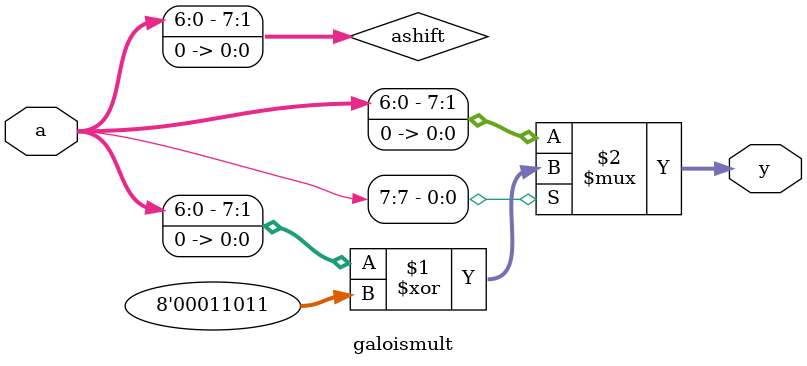
<source format=sv>

module aes(input  logic clk,
           input  logic sck, 
           input  logic sdi,
           output logic sdo,
           input  logic load,
           output logic done);
                    
    logic [127:0] key, plaintext, cyphertext;
            
    aes_spi spi(sck, sdi, sdo, done, key, plaintext, cyphertext);   
    aes_core core(clk, load, key, plaintext, done, cyphertext);
endmodule

/////////////////////////////////////////////
// aes_spi
//   SPI interface.  Shifts in key and plaintext
//   Captures ciphertext when done, then shifts it out
//   Tricky cases to properly change sdo on negedge clk
/////////////////////////////////////////////

module aes_spi(input  logic sck, 
               input  logic sdi,
               output logic sdo,
               input  logic done,
               output logic [127:0] key, plaintext,
               input  logic [127:0] cyphertext);

    logic         sdodelayed, wasdone;
    logic [127:0] cyphertextcaptured;
               
    // assert load
    // apply 256 sclks to shift in key and plaintext, starting with plaintext[0]
    // then deassert load, wait until done
    // then apply 128 sclks to shift out cyphertext, starting with cyphertext[0]
    // SPI mode is equivalent to cpol = 0, cpha = 0 since data is sampled on first edge and the first
    // edge is a rising edge (clock going from low in the idle state to high).
    always_ff @(posedge sck)
        if (!wasdone)  {cyphertextcaptured, plaintext, key} = {cyphertext, plaintext[126:0], key, sdi};
        else           {cyphertextcaptured, plaintext, key} = {cyphertextcaptured[126:0], plaintext, key, sdi}; 
    
    // sdo should change on the negative edge of sck
    always_ff @(negedge sck) begin
        wasdone = done;
        sdodelayed = cyphertextcaptured[126];
    end
    
    // when done is first asserted, shift out msb before clock edge
    assign sdo = (done & !wasdone) ? cyphertext[127] : sdodelayed;
endmodule

/////////////////////////////////////////////
// aes_core
//   top level AES encryption module
//   when load is asserted, takes the current key and plaintext
//   generates cyphertext and asserts done when complete 11 cycles later
// 
//   See FIPS-197 with Nk = 4, Nb = 4, Nr = 10
//
//   The key and message are 128-bit values packed into an array of 16 bytes as
//   shown below
//        [127:120] [95:88] [63:56] [31:24]     S0,0    S0,1    S0,2    S0,3
//        [119:112] [87:80] [55:48] [23:16]     S1,0    S1,1    S1,2    S1,3
//        [111:104] [79:72] [47:40] [15:8]      S2,0    S2,1    S2,2    S2,3
//        [103:96]  [71:64] [39:32] [7:0]       S3,0    S3,1    S3,2    S3,3
//
//   Equivalently, the values are packed into four words as given
//        [127:96]  [95:64] [63:32] [31:0]      w[0]    w[1]    w[2]    w[3]
/////////////////////////////////////////////

module aes_core(input  logic         clk, 
                input  logic         load,
                input  logic [127:0] key, 
                input  logic [127:0] plaintext, 
                output logic         done, 
                output logic [127:0] cyphertext);

    // TODO: Your code goes here
    
endmodule

/////////////////////////////////////////////
// sbox
//   Infamous AES byte substitutions with magic numbers
//   Combinational version which is mapped to LUTs (logic cells)
//   Section 5.1.1, Figure 7
/////////////////////////////////////////////

module sbox(input  logic [7:0] a,
            output logic [7:0] y);
            
  // sbox implemented as a ROM
  // This module is combinational and will be inferred using LUTs (logic cells)
  logic [7:0] sbox[0:255];

  initial   $readmemh("sbox.txt", sbox);
  assign y = sbox[a];
endmodule

/////////////////////////////////////////////
// sbox
//   Infamous AES byte substitutions with magic numbers
//   Synchronous version which is mapped to embedded block RAMs (EBR)
//   Section 5.1.1, Figure 7
/////////////////////////////////////////////
module sbox_sync(
	input		logic [7:0] a,
	input	 	logic 			clk,
	output 	logic [7:0] y);
            
  // sbox implemented as a ROM
  // This module is synchronous and will be inferred using BRAMs (Block RAMs)
  logic [7:0] sbox [0:255];

  initial   $readmemh("sbox.txt", sbox);
	
	// Synchronous version
	always_ff @(posedge clk) begin
		y <= sbox[a];
	end
endmodule

/////////////////////////////////////////////
// mixcolumns
//   Even funkier action on columns
//   Section 5.1.3, Figure 9
//   Same operation performed on each of four columns
/////////////////////////////////////////////

module mixcolumns(input  logic [127:0] a,
                  output logic [127:0] y);

  mixcolumn mc0(a[127:96], y[127:96]);
  mixcolumn mc1(a[95:64],  y[95:64]);
  mixcolumn mc2(a[63:32],  y[63:32]);
  mixcolumn mc3(a[31:0],   y[31:0]);
endmodule

/////////////////////////////////////////////
// mixcolumn
//   Perform Galois field operations on bytes in a column
//   See EQ(4) from E. Ahmed et al, Lightweight Mix Columns Implementation for AES, AIC09
//   for this hardware implementation
/////////////////////////////////////////////

module mixcolumn(input  logic [31:0] a,
                 output logic [31:0] y);
                      
        logic [7:0] a0, a1, a2, a3, y0, y1, y2, y3, t0, t1, t2, t3, tmp;
        
        assign {a0, a1, a2, a3} = a;
        assign tmp = a0 ^ a1 ^ a2 ^ a3;
    
        galoismult gm0(a0^a1, t0);
        galoismult gm1(a1^a2, t1);
        galoismult gm2(a2^a3, t2);
        galoismult gm3(a3^a0, t3);
        
        assign y0 = a0 ^ tmp ^ t0;
        assign y1 = a1 ^ tmp ^ t1;
        assign y2 = a2 ^ tmp ^ t2;
        assign y3 = a3 ^ tmp ^ t3;
        assign y = {y0, y1, y2, y3};    
endmodule

/////////////////////////////////////////////
// galoismult
//   Multiply by x in GF(2^8) is a left shift
//   followed by an XOR if the result overflows
//   Uses irreducible polynomial x^8+x^4+x^3+x+1 = 00011011
/////////////////////////////////////////////

module galoismult(input  logic [7:0] a,
                  output logic [7:0] y);

    logic [7:0] ashift;
    
    assign ashift = {a[6:0], 1'b0};
    assign y = a[7] ? (ashift ^ 8'b00011011) : ashift;
endmodule
</source>
